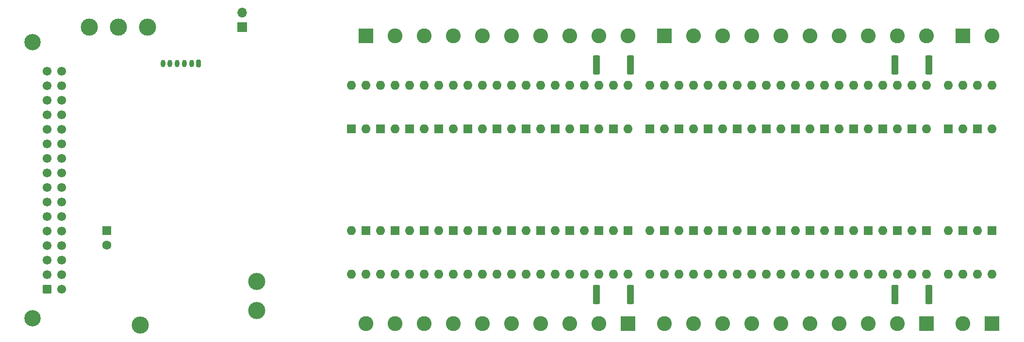
<source format=gbr>
%TF.GenerationSoftware,KiCad,Pcbnew,6.0.0*%
%TF.CreationDate,2022-01-11T14:05:17+01:00*%
%TF.ProjectId,main,6d61696e-2e6b-4696-9361-645f70636258,v.1.1.0*%
%TF.SameCoordinates,Original*%
%TF.FileFunction,Soldermask,Bot*%
%TF.FilePolarity,Negative*%
%FSLAX46Y46*%
G04 Gerber Fmt 4.6, Leading zero omitted, Abs format (unit mm)*
G04 Created by KiCad (PCBNEW 6.0.0) date 2022-01-11 14:05:17*
%MOMM*%
%LPD*%
G01*
G04 APERTURE LIST*
G04 Aperture macros list*
%AMRoundRect*
0 Rectangle with rounded corners*
0 $1 Rounding radius*
0 $2 $3 $4 $5 $6 $7 $8 $9 X,Y pos of 4 corners*
0 Add a 4 corners polygon primitive as box body*
4,1,4,$2,$3,$4,$5,$6,$7,$8,$9,$2,$3,0*
0 Add four circle primitives for the rounded corners*
1,1,$1+$1,$2,$3*
1,1,$1+$1,$4,$5*
1,1,$1+$1,$6,$7*
1,1,$1+$1,$8,$9*
0 Add four rect primitives between the rounded corners*
20,1,$1+$1,$2,$3,$4,$5,0*
20,1,$1+$1,$4,$5,$6,$7,0*
20,1,$1+$1,$6,$7,$8,$9,0*
20,1,$1+$1,$8,$9,$2,$3,0*%
G04 Aperture macros list end*
%ADD10C,3.000000*%
%ADD11R,2.600000X2.600000*%
%ADD12C,2.600000*%
%ADD13R,1.600000X1.600000*%
%ADD14O,1.600000X1.600000*%
%ADD15RoundRect,0.200000X0.200000X0.450000X-0.200000X0.450000X-0.200000X-0.450000X0.200000X-0.450000X0*%
%ADD16O,0.800000X1.300000*%
%ADD17C,1.600000*%
%ADD18R,1.700000X1.700000*%
%ADD19O,1.700000X1.700000*%
%ADD20C,2.850000*%
%ADD21RoundRect,0.249999X0.525001X-0.525001X0.525001X0.525001X-0.525001X0.525001X-0.525001X-0.525001X0*%
%ADD22C,1.550000*%
%ADD23RoundRect,0.250000X-0.362500X-1.425000X0.362500X-1.425000X0.362500X1.425000X-0.362500X1.425000X0*%
G04 APERTURE END LIST*
D10*
%TO.C,TP2*%
X67310000Y-100330000D03*
%TD*%
D11*
%TO.C,J5*%
X138430000Y-57404000D03*
D12*
X143510000Y-57404000D03*
X148590000Y-57404000D03*
X153670000Y-57404000D03*
X158750000Y-57404000D03*
X163830000Y-57404000D03*
X168910000Y-57404000D03*
X173990000Y-57404000D03*
X179070000Y-57404000D03*
X184150000Y-57404000D03*
%TD*%
D11*
%TO.C,J4*%
X190500000Y-57404000D03*
D12*
X195580000Y-57404000D03*
%TD*%
D13*
%TO.C,U19*%
X99060000Y-73660000D03*
D14*
X101600000Y-73660000D03*
X101600000Y-66040000D03*
X99060000Y-66040000D03*
%TD*%
D13*
%TO.C,U34*%
X168910000Y-91440000D03*
D14*
X166370000Y-91440000D03*
X166370000Y-99060000D03*
X168910000Y-99060000D03*
%TD*%
D10*
%TO.C,TP6*%
X48200000Y-55880000D03*
%TD*%
D15*
%TO.C,J2*%
X57150000Y-62230000D03*
D16*
X55900000Y-62230000D03*
X54650000Y-62230000D03*
X53400000Y-62230000D03*
X52150000Y-62230000D03*
X50900000Y-62230000D03*
%TD*%
D13*
%TO.C,U41*%
X101600000Y-91440000D03*
D14*
X99060000Y-91440000D03*
X99060000Y-99060000D03*
X101600000Y-99060000D03*
%TD*%
D13*
%TO.C,U42*%
X148590000Y-91440000D03*
D14*
X146050000Y-91440000D03*
X146050000Y-99060000D03*
X148590000Y-99060000D03*
%TD*%
D13*
%TO.C,U36*%
X163830000Y-91440000D03*
D14*
X161290000Y-91440000D03*
X161290000Y-99060000D03*
X163830000Y-99060000D03*
%TD*%
D13*
%TO.C,U31*%
X127000000Y-91440000D03*
D14*
X124460000Y-91440000D03*
X124460000Y-99060000D03*
X127000000Y-99060000D03*
%TD*%
D13*
%TO.C,U11*%
X119380000Y-73660000D03*
D14*
X121920000Y-73660000D03*
X121920000Y-66040000D03*
X119380000Y-66040000D03*
%TD*%
D13*
%TO.C,U6*%
X181610000Y-73660000D03*
D14*
X184150000Y-73660000D03*
X184150000Y-66040000D03*
X181610000Y-66040000D03*
%TD*%
D13*
%TO.C,U20*%
X146050000Y-73660000D03*
D14*
X148590000Y-73660000D03*
X148590000Y-66040000D03*
X146050000Y-66040000D03*
%TD*%
D13*
%TO.C,U44*%
X143510000Y-91440000D03*
D14*
X140970000Y-91440000D03*
X140970000Y-99060000D03*
X143510000Y-99060000D03*
%TD*%
D13*
%TO.C,U12*%
X166370000Y-73660000D03*
D14*
X168910000Y-73660000D03*
X168910000Y-66040000D03*
X166370000Y-66040000D03*
%TD*%
D13*
%TO.C,U4*%
X187960000Y-73660000D03*
D14*
X190500000Y-73660000D03*
X190500000Y-66040000D03*
X187960000Y-66040000D03*
%TD*%
D13*
%TO.C,U13*%
X114300000Y-73660000D03*
D14*
X116840000Y-73660000D03*
X116840000Y-66040000D03*
X114300000Y-66040000D03*
%TD*%
D13*
%TO.C,U8*%
X176530000Y-73660000D03*
D14*
X179070000Y-73660000D03*
X179070000Y-66040000D03*
X176530000Y-66040000D03*
%TD*%
D13*
%TO.C,U7*%
X129540000Y-73660000D03*
D14*
X132080000Y-73660000D03*
X132080000Y-66040000D03*
X129540000Y-66040000D03*
%TD*%
D13*
%TO.C,U18*%
X151130000Y-73660000D03*
D14*
X153670000Y-73660000D03*
X153670000Y-66040000D03*
X151130000Y-66040000D03*
%TD*%
D13*
%TO.C,C1*%
X41148000Y-91440000D03*
D17*
X41148000Y-93940000D03*
%TD*%
D13*
%TO.C,U24*%
X135890000Y-73660000D03*
D14*
X138430000Y-73660000D03*
X138430000Y-66040000D03*
X135890000Y-66040000D03*
%TD*%
D10*
%TO.C,TP5*%
X43150000Y-55880000D03*
%TD*%
D13*
%TO.C,U43*%
X96520000Y-91440000D03*
D14*
X93980000Y-91440000D03*
X93980000Y-99060000D03*
X96520000Y-99060000D03*
%TD*%
D13*
%TO.C,U25*%
X83820000Y-73660000D03*
D14*
X86360000Y-73660000D03*
X86360000Y-66040000D03*
X83820000Y-66040000D03*
%TD*%
D13*
%TO.C,U17*%
X104140000Y-73660000D03*
D14*
X106680000Y-73660000D03*
X106680000Y-66040000D03*
X104140000Y-66040000D03*
%TD*%
D13*
%TO.C,U10*%
X171450000Y-73660000D03*
D14*
X173990000Y-73660000D03*
X173990000Y-66040000D03*
X171450000Y-66040000D03*
%TD*%
D18*
%TO.C,J3*%
X64770000Y-55880000D03*
D19*
X64770000Y-53340000D03*
%TD*%
D13*
%TO.C,U38*%
X158750000Y-91440000D03*
D14*
X156210000Y-91440000D03*
X156210000Y-99060000D03*
X158750000Y-99060000D03*
%TD*%
D13*
%TO.C,U15*%
X109220000Y-73660000D03*
D14*
X111760000Y-73660000D03*
X111760000Y-66040000D03*
X109220000Y-66040000D03*
%TD*%
D13*
%TO.C,U5*%
X193040000Y-73660000D03*
D14*
X195580000Y-73660000D03*
X195580000Y-66040000D03*
X193040000Y-66040000D03*
%TD*%
D13*
%TO.C,U37*%
X111760000Y-91440000D03*
D14*
X109220000Y-91440000D03*
X109220000Y-99060000D03*
X111760000Y-99060000D03*
%TD*%
D13*
%TO.C,U22*%
X140970000Y-73660000D03*
D14*
X143510000Y-73660000D03*
X143510000Y-66040000D03*
X140970000Y-66040000D03*
%TD*%
D13*
%TO.C,U33*%
X121920000Y-91440000D03*
D14*
X119380000Y-91440000D03*
X119380000Y-99060000D03*
X121920000Y-99060000D03*
%TD*%
D20*
%TO.C,J1*%
X28160000Y-106685080D03*
X28160000Y-58425080D03*
D21*
X30700000Y-101605080D03*
D22*
X30700000Y-99065080D03*
X30700000Y-96525080D03*
X30700000Y-93985080D03*
X30700000Y-91445080D03*
X30700000Y-88905080D03*
X30700000Y-86365080D03*
X30700000Y-83825080D03*
X30700000Y-81285080D03*
X30700000Y-78745080D03*
X30700000Y-76205080D03*
X30700000Y-73665080D03*
X30700000Y-71125080D03*
X30700000Y-68585080D03*
X30700000Y-66045080D03*
X30700000Y-63505080D03*
X33240000Y-101605080D03*
X33240000Y-99065080D03*
X33240000Y-96525080D03*
X33240000Y-93985080D03*
X33240000Y-91445080D03*
X33240000Y-88905080D03*
X33240000Y-86365080D03*
X33240000Y-83825080D03*
X33240000Y-81285080D03*
X33240000Y-78745080D03*
X33240000Y-76205080D03*
X33240000Y-73665080D03*
X33240000Y-71125080D03*
X33240000Y-68585080D03*
X33240000Y-66045080D03*
X33240000Y-63505080D03*
%TD*%
D13*
%TO.C,U23*%
X88900000Y-73660000D03*
D14*
X91440000Y-73660000D03*
X91440000Y-66040000D03*
X88900000Y-66040000D03*
%TD*%
D13*
%TO.C,U39*%
X106680000Y-91440000D03*
D14*
X104140000Y-91440000D03*
X104140000Y-99060000D03*
X106680000Y-99060000D03*
%TD*%
D13*
%TO.C,U47*%
X86360000Y-91440000D03*
D14*
X83820000Y-91440000D03*
X83820000Y-99060000D03*
X86360000Y-99060000D03*
%TD*%
D13*
%TO.C,U46*%
X138430000Y-91440000D03*
D14*
X135890000Y-91440000D03*
X135890000Y-99060000D03*
X138430000Y-99060000D03*
%TD*%
D10*
%TO.C,TP1*%
X46990000Y-107950000D03*
%TD*%
D11*
%TO.C,J7*%
X195580000Y-107696000D03*
D12*
X190500000Y-107696000D03*
%TD*%
D11*
%TO.C,J9*%
X132080000Y-107696000D03*
D12*
X127000000Y-107696000D03*
X121920000Y-107696000D03*
X116840000Y-107696000D03*
X111760000Y-107696000D03*
X106680000Y-107696000D03*
X101600000Y-107696000D03*
X96520000Y-107696000D03*
X91440000Y-107696000D03*
X86360000Y-107696000D03*
%TD*%
D10*
%TO.C,TP3*%
X67310000Y-105410000D03*
%TD*%
D13*
%TO.C,U16*%
X156210000Y-73660000D03*
D14*
X158750000Y-73660000D03*
X158750000Y-66040000D03*
X156210000Y-66040000D03*
%TD*%
D13*
%TO.C,U35*%
X116840000Y-91440000D03*
D14*
X114300000Y-91440000D03*
X114300000Y-99060000D03*
X116840000Y-99060000D03*
%TD*%
D13*
%TO.C,U9*%
X124460000Y-73660000D03*
D14*
X127000000Y-73660000D03*
X127000000Y-66040000D03*
X124460000Y-66040000D03*
%TD*%
D13*
%TO.C,U21*%
X93980000Y-73660000D03*
D14*
X96520000Y-73660000D03*
X96520000Y-66040000D03*
X93980000Y-66040000D03*
%TD*%
D13*
%TO.C,U28*%
X184150000Y-91440000D03*
D14*
X181610000Y-91440000D03*
X181610000Y-99060000D03*
X184150000Y-99060000D03*
%TD*%
D13*
%TO.C,U29*%
X132080000Y-91440000D03*
D14*
X129540000Y-91440000D03*
X129540000Y-99060000D03*
X132080000Y-99060000D03*
%TD*%
D13*
%TO.C,U40*%
X153670000Y-91440000D03*
D14*
X151130000Y-91440000D03*
X151130000Y-99060000D03*
X153670000Y-99060000D03*
%TD*%
D13*
%TO.C,U45*%
X91440000Y-91440000D03*
D14*
X88900000Y-91440000D03*
X88900000Y-99060000D03*
X91440000Y-99060000D03*
%TD*%
D13*
%TO.C,U14*%
X161290000Y-73660000D03*
D14*
X163830000Y-73660000D03*
X163830000Y-66040000D03*
X161290000Y-66040000D03*
%TD*%
D13*
%TO.C,U26*%
X190500000Y-91440000D03*
D14*
X187960000Y-91440000D03*
X187960000Y-99060000D03*
X190500000Y-99060000D03*
%TD*%
D13*
%TO.C,U32*%
X173990000Y-91440000D03*
D14*
X171450000Y-91440000D03*
X171450000Y-99060000D03*
X173990000Y-99060000D03*
%TD*%
D13*
%TO.C,U30*%
X179070000Y-91440000D03*
D14*
X176530000Y-91440000D03*
X176530000Y-99060000D03*
X179070000Y-99060000D03*
%TD*%
D11*
%TO.C,J8*%
X184150000Y-107696000D03*
D12*
X179070000Y-107696000D03*
X173990000Y-107696000D03*
X168910000Y-107696000D03*
X163830000Y-107696000D03*
X158750000Y-107696000D03*
X153670000Y-107696000D03*
X148590000Y-107696000D03*
X143510000Y-107696000D03*
X138430000Y-107696000D03*
%TD*%
D10*
%TO.C,TP4*%
X38100000Y-55880000D03*
%TD*%
D13*
%TO.C,U27*%
X195580000Y-91440000D03*
D14*
X193040000Y-91440000D03*
X193040000Y-99060000D03*
X195580000Y-99060000D03*
%TD*%
D11*
%TO.C,J6*%
X86360000Y-57404000D03*
D12*
X91440000Y-57404000D03*
X96520000Y-57404000D03*
X101600000Y-57404000D03*
X106680000Y-57404000D03*
X111760000Y-57404000D03*
X116840000Y-57404000D03*
X121920000Y-57404000D03*
X127000000Y-57404000D03*
X132080000Y-57404000D03*
%TD*%
D23*
%TO.C,R40*%
X178647500Y-102616000D03*
X184572500Y-102616000D03*
%TD*%
%TO.C,R41*%
X126577500Y-102616000D03*
X132502500Y-102616000D03*
%TD*%
%TO.C,R16*%
X178647500Y-62484000D03*
X184572500Y-62484000D03*
%TD*%
%TO.C,R17*%
X126577500Y-62484000D03*
X132502500Y-62484000D03*
%TD*%
M02*

</source>
